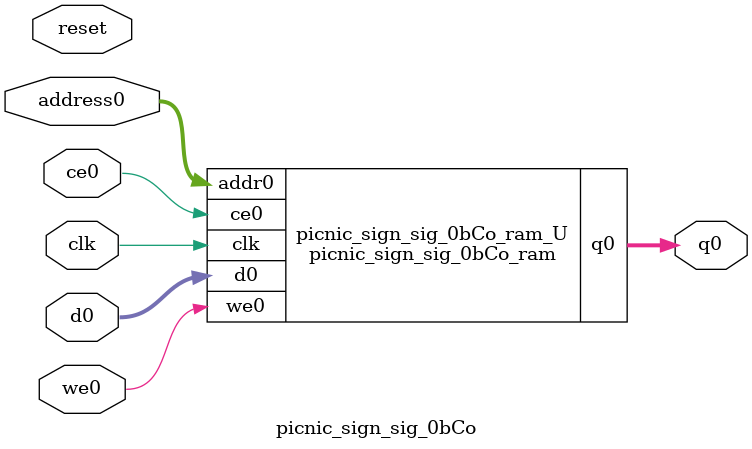
<source format=v>
`timescale 1 ns / 1 ps
module picnic_sign_sig_0bCo_ram (addr0, ce0, d0, we0, q0,  clk);

parameter DWIDTH = 8;
parameter AWIDTH = 12;
parameter MEM_SIZE = 3504;

input[AWIDTH-1:0] addr0;
input ce0;
input[DWIDTH-1:0] d0;
input we0;
output reg[DWIDTH-1:0] q0;
input clk;

(* ram_style = "block" *)reg [DWIDTH-1:0] ram[0:MEM_SIZE-1];




always @(posedge clk)  
begin 
    if (ce0) begin
        if (we0) 
            ram[addr0] <= d0; 
        q0 <= ram[addr0];
    end
end


endmodule

`timescale 1 ns / 1 ps
module picnic_sign_sig_0bCo(
    reset,
    clk,
    address0,
    ce0,
    we0,
    d0,
    q0);

parameter DataWidth = 32'd8;
parameter AddressRange = 32'd3504;
parameter AddressWidth = 32'd12;
input reset;
input clk;
input[AddressWidth - 1:0] address0;
input ce0;
input we0;
input[DataWidth - 1:0] d0;
output[DataWidth - 1:0] q0;



picnic_sign_sig_0bCo_ram picnic_sign_sig_0bCo_ram_U(
    .clk( clk ),
    .addr0( address0 ),
    .ce0( ce0 ),
    .we0( we0 ),
    .d0( d0 ),
    .q0( q0 ));

endmodule


</source>
